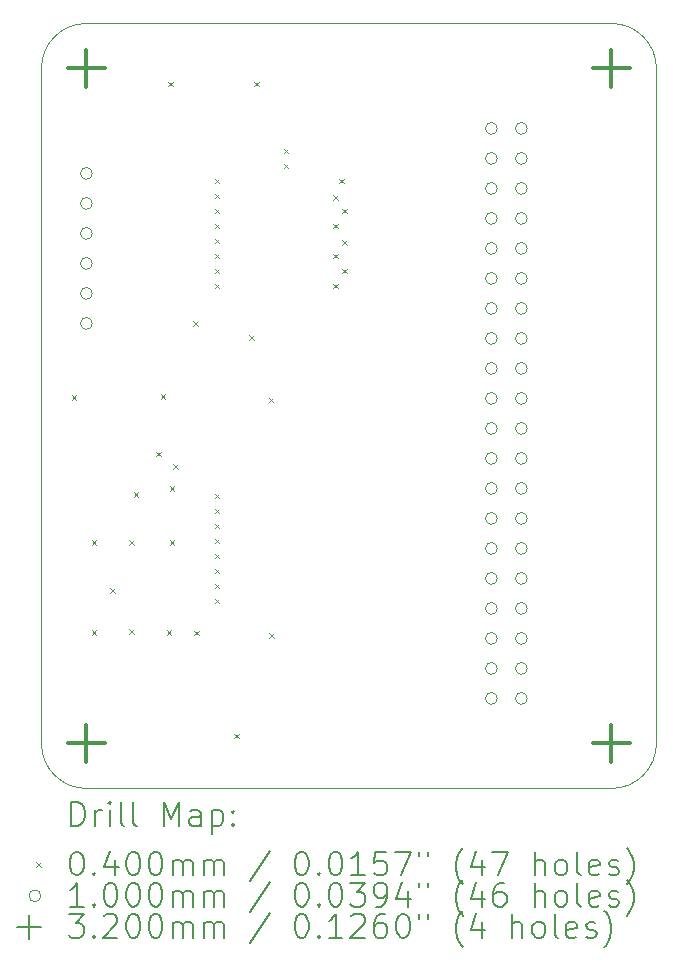
<source format=gbr>
%FSLAX45Y45*%
G04 Gerber Fmt 4.5, Leading zero omitted, Abs format (unit mm)*
G04 Created by KiCad (PCBNEW 6.0.6-3a73a75311~116~ubuntu22.04.1) date 2022-06-23 20:47:55*
%MOMM*%
%LPD*%
G01*
G04 APERTURE LIST*
%TA.AperFunction,Profile*%
%ADD10C,0.100000*%
%TD*%
%ADD11C,0.200000*%
%ADD12C,0.040000*%
%ADD13C,0.100000*%
%ADD14C,0.320000*%
G04 APERTURE END LIST*
D10*
X12573000Y-6985000D02*
G75*
G03*
X12192000Y-7366000I0J-381000D01*
G01*
X12573000Y-6985000D02*
X17018000Y-6985000D01*
X12192000Y-13081000D02*
G75*
G03*
X12573000Y-13462000I381000J0D01*
G01*
X17399000Y-13081000D02*
X17399000Y-7366000D01*
X12573000Y-13462000D02*
X17018000Y-13462000D01*
X12192000Y-13081000D02*
X12192000Y-7366000D01*
X17399000Y-7366000D02*
G75*
G03*
X17018000Y-6985000I-381000J0D01*
G01*
X17018000Y-13462000D02*
G75*
G03*
X17399000Y-13081000I0J381000D01*
G01*
D11*
D12*
X12448860Y-10134920D02*
X12488860Y-10174920D01*
X12488860Y-10134920D02*
X12448860Y-10174920D01*
X12616500Y-11359200D02*
X12656500Y-11399200D01*
X12656500Y-11359200D02*
X12616500Y-11399200D01*
X12616500Y-12121200D02*
X12656500Y-12161200D01*
X12656500Y-12121200D02*
X12616500Y-12161200D01*
X12776520Y-11763060D02*
X12816520Y-11803060D01*
X12816520Y-11763060D02*
X12776520Y-11803060D01*
X12934000Y-11359200D02*
X12974000Y-11399200D01*
X12974000Y-11359200D02*
X12934000Y-11399200D01*
X12934000Y-12116120D02*
X12974000Y-12156120D01*
X12974000Y-12116120D02*
X12934000Y-12156120D01*
X12972100Y-10952800D02*
X13012100Y-10992800D01*
X13012100Y-10952800D02*
X12972100Y-10992800D01*
X13162600Y-10609900D02*
X13202600Y-10649900D01*
X13202600Y-10609900D02*
X13162600Y-10649900D01*
X13201990Y-10122220D02*
X13241990Y-10162220D01*
X13241990Y-10122220D02*
X13201990Y-10162220D01*
X13251500Y-12121200D02*
X13291500Y-12161200D01*
X13291500Y-12121200D02*
X13251500Y-12161200D01*
X13264200Y-7478080D02*
X13304200Y-7518080D01*
X13304200Y-7478080D02*
X13264200Y-7518080D01*
X13276900Y-10902000D02*
X13316900Y-10942000D01*
X13316900Y-10902000D02*
X13276900Y-10942000D01*
X13276900Y-11359200D02*
X13316900Y-11399200D01*
X13316900Y-11359200D02*
X13276900Y-11399200D01*
X13309920Y-10714040D02*
X13349920Y-10754040D01*
X13349920Y-10714040D02*
X13309920Y-10754040D01*
X13475020Y-9505000D02*
X13515020Y-9545000D01*
X13515020Y-9505000D02*
X13475020Y-9545000D01*
X13485180Y-12126280D02*
X13525180Y-12166280D01*
X13525180Y-12126280D02*
X13485180Y-12166280D01*
X13657900Y-8298500D02*
X13697900Y-8338500D01*
X13697900Y-8298500D02*
X13657900Y-8338500D01*
X13657900Y-8425500D02*
X13697900Y-8465500D01*
X13697900Y-8425500D02*
X13657900Y-8465500D01*
X13657900Y-8552500D02*
X13697900Y-8592500D01*
X13697900Y-8552500D02*
X13657900Y-8592500D01*
X13657900Y-8679500D02*
X13697900Y-8719500D01*
X13697900Y-8679500D02*
X13657900Y-8719500D01*
X13657900Y-8806500D02*
X13697900Y-8846500D01*
X13697900Y-8806500D02*
X13657900Y-8846500D01*
X13657900Y-8933500D02*
X13697900Y-8973500D01*
X13697900Y-8933500D02*
X13657900Y-8973500D01*
X13657900Y-9060500D02*
X13697900Y-9100500D01*
X13697900Y-9060500D02*
X13657900Y-9100500D01*
X13657900Y-9187500D02*
X13697900Y-9227500D01*
X13697900Y-9187500D02*
X13657900Y-9227500D01*
X13657900Y-10965500D02*
X13697900Y-11005500D01*
X13697900Y-10965500D02*
X13657900Y-11005500D01*
X13657900Y-11092500D02*
X13697900Y-11132500D01*
X13697900Y-11092500D02*
X13657900Y-11132500D01*
X13657900Y-11219500D02*
X13697900Y-11259500D01*
X13697900Y-11219500D02*
X13657900Y-11259500D01*
X13657900Y-11346500D02*
X13697900Y-11386500D01*
X13697900Y-11346500D02*
X13657900Y-11386500D01*
X13657900Y-11473500D02*
X13697900Y-11513500D01*
X13697900Y-11473500D02*
X13657900Y-11513500D01*
X13657900Y-11600500D02*
X13697900Y-11640500D01*
X13697900Y-11600500D02*
X13657900Y-11640500D01*
X13657900Y-11727500D02*
X13697900Y-11767500D01*
X13697900Y-11727500D02*
X13657900Y-11767500D01*
X13657900Y-11854500D02*
X13697900Y-11894500D01*
X13697900Y-11854500D02*
X13657900Y-11894500D01*
X13823000Y-12997500D02*
X13863000Y-13037500D01*
X13863000Y-12997500D02*
X13823000Y-13037500D01*
X13950000Y-9621840D02*
X13990000Y-9661840D01*
X13990000Y-9621840D02*
X13950000Y-9661840D01*
X13993180Y-7478080D02*
X14033180Y-7518080D01*
X14033180Y-7478080D02*
X13993180Y-7518080D01*
X14115100Y-10152700D02*
X14155100Y-10192700D01*
X14155100Y-10152700D02*
X14115100Y-10192700D01*
X14122720Y-12146600D02*
X14162720Y-12186600D01*
X14162720Y-12146600D02*
X14122720Y-12186600D01*
X14242100Y-8044500D02*
X14282100Y-8084500D01*
X14282100Y-8044500D02*
X14242100Y-8084500D01*
X14242100Y-8171500D02*
X14282100Y-8211500D01*
X14282100Y-8171500D02*
X14242100Y-8211500D01*
X14661200Y-8438200D02*
X14701200Y-8478200D01*
X14701200Y-8438200D02*
X14661200Y-8478200D01*
X14661200Y-8679500D02*
X14701200Y-8719500D01*
X14701200Y-8679500D02*
X14661200Y-8719500D01*
X14661200Y-8933500D02*
X14701200Y-8973500D01*
X14701200Y-8933500D02*
X14661200Y-8973500D01*
X14661200Y-9187500D02*
X14701200Y-9227500D01*
X14701200Y-9187500D02*
X14661200Y-9227500D01*
X14712000Y-8298500D02*
X14752000Y-8338500D01*
X14752000Y-8298500D02*
X14712000Y-8338500D01*
X14737400Y-8552500D02*
X14777400Y-8592500D01*
X14777400Y-8552500D02*
X14737400Y-8592500D01*
X14737400Y-8819200D02*
X14777400Y-8859200D01*
X14777400Y-8819200D02*
X14737400Y-8859200D01*
X14737400Y-9060500D02*
X14777400Y-9100500D01*
X14777400Y-9060500D02*
X14737400Y-9100500D01*
D13*
X12623000Y-8255000D02*
G75*
G03*
X12623000Y-8255000I-50000J0D01*
G01*
X12623000Y-8509000D02*
G75*
G03*
X12623000Y-8509000I-50000J0D01*
G01*
X12623000Y-8763000D02*
G75*
G03*
X12623000Y-8763000I-50000J0D01*
G01*
X12623000Y-9017000D02*
G75*
G03*
X12623000Y-9017000I-50000J0D01*
G01*
X12623000Y-9271000D02*
G75*
G03*
X12623000Y-9271000I-50000J0D01*
G01*
X12623000Y-9525000D02*
G75*
G03*
X12623000Y-9525000I-50000J0D01*
G01*
X16052000Y-7874000D02*
G75*
G03*
X16052000Y-7874000I-50000J0D01*
G01*
X16052000Y-8128000D02*
G75*
G03*
X16052000Y-8128000I-50000J0D01*
G01*
X16052000Y-8382000D02*
G75*
G03*
X16052000Y-8382000I-50000J0D01*
G01*
X16052000Y-8636000D02*
G75*
G03*
X16052000Y-8636000I-50000J0D01*
G01*
X16052000Y-8890000D02*
G75*
G03*
X16052000Y-8890000I-50000J0D01*
G01*
X16052000Y-9144000D02*
G75*
G03*
X16052000Y-9144000I-50000J0D01*
G01*
X16052000Y-9398000D02*
G75*
G03*
X16052000Y-9398000I-50000J0D01*
G01*
X16052000Y-9652000D02*
G75*
G03*
X16052000Y-9652000I-50000J0D01*
G01*
X16052000Y-9906000D02*
G75*
G03*
X16052000Y-9906000I-50000J0D01*
G01*
X16052000Y-10160000D02*
G75*
G03*
X16052000Y-10160000I-50000J0D01*
G01*
X16052000Y-10414000D02*
G75*
G03*
X16052000Y-10414000I-50000J0D01*
G01*
X16052000Y-10668000D02*
G75*
G03*
X16052000Y-10668000I-50000J0D01*
G01*
X16052000Y-10922000D02*
G75*
G03*
X16052000Y-10922000I-50000J0D01*
G01*
X16052000Y-11176000D02*
G75*
G03*
X16052000Y-11176000I-50000J0D01*
G01*
X16052000Y-11430000D02*
G75*
G03*
X16052000Y-11430000I-50000J0D01*
G01*
X16052000Y-11684000D02*
G75*
G03*
X16052000Y-11684000I-50000J0D01*
G01*
X16052000Y-11938000D02*
G75*
G03*
X16052000Y-11938000I-50000J0D01*
G01*
X16052000Y-12192000D02*
G75*
G03*
X16052000Y-12192000I-50000J0D01*
G01*
X16052000Y-12446000D02*
G75*
G03*
X16052000Y-12446000I-50000J0D01*
G01*
X16052000Y-12700000D02*
G75*
G03*
X16052000Y-12700000I-50000J0D01*
G01*
X16306000Y-7874000D02*
G75*
G03*
X16306000Y-7874000I-50000J0D01*
G01*
X16306000Y-8128000D02*
G75*
G03*
X16306000Y-8128000I-50000J0D01*
G01*
X16306000Y-8382000D02*
G75*
G03*
X16306000Y-8382000I-50000J0D01*
G01*
X16306000Y-8636000D02*
G75*
G03*
X16306000Y-8636000I-50000J0D01*
G01*
X16306000Y-8890000D02*
G75*
G03*
X16306000Y-8890000I-50000J0D01*
G01*
X16306000Y-9144000D02*
G75*
G03*
X16306000Y-9144000I-50000J0D01*
G01*
X16306000Y-9398000D02*
G75*
G03*
X16306000Y-9398000I-50000J0D01*
G01*
X16306000Y-9652000D02*
G75*
G03*
X16306000Y-9652000I-50000J0D01*
G01*
X16306000Y-9906000D02*
G75*
G03*
X16306000Y-9906000I-50000J0D01*
G01*
X16306000Y-10160000D02*
G75*
G03*
X16306000Y-10160000I-50000J0D01*
G01*
X16306000Y-10414000D02*
G75*
G03*
X16306000Y-10414000I-50000J0D01*
G01*
X16306000Y-10668000D02*
G75*
G03*
X16306000Y-10668000I-50000J0D01*
G01*
X16306000Y-10922000D02*
G75*
G03*
X16306000Y-10922000I-50000J0D01*
G01*
X16306000Y-11176000D02*
G75*
G03*
X16306000Y-11176000I-50000J0D01*
G01*
X16306000Y-11430000D02*
G75*
G03*
X16306000Y-11430000I-50000J0D01*
G01*
X16306000Y-11684000D02*
G75*
G03*
X16306000Y-11684000I-50000J0D01*
G01*
X16306000Y-11938000D02*
G75*
G03*
X16306000Y-11938000I-50000J0D01*
G01*
X16306000Y-12192000D02*
G75*
G03*
X16306000Y-12192000I-50000J0D01*
G01*
X16306000Y-12446000D02*
G75*
G03*
X16306000Y-12446000I-50000J0D01*
G01*
X16306000Y-12700000D02*
G75*
G03*
X16306000Y-12700000I-50000J0D01*
G01*
D14*
X12573000Y-7206000D02*
X12573000Y-7526000D01*
X12413000Y-7366000D02*
X12733000Y-7366000D01*
X12573000Y-12921000D02*
X12573000Y-13241000D01*
X12413000Y-13081000D02*
X12733000Y-13081000D01*
X17018000Y-7206000D02*
X17018000Y-7526000D01*
X16858000Y-7366000D02*
X17178000Y-7366000D01*
X17018000Y-12921000D02*
X17018000Y-13241000D01*
X16858000Y-13081000D02*
X17178000Y-13081000D01*
D11*
X12444619Y-13777476D02*
X12444619Y-13577476D01*
X12492238Y-13577476D01*
X12520809Y-13587000D01*
X12539857Y-13606048D01*
X12549381Y-13625095D01*
X12558904Y-13663190D01*
X12558904Y-13691762D01*
X12549381Y-13729857D01*
X12539857Y-13748905D01*
X12520809Y-13767952D01*
X12492238Y-13777476D01*
X12444619Y-13777476D01*
X12644619Y-13777476D02*
X12644619Y-13644143D01*
X12644619Y-13682238D02*
X12654143Y-13663190D01*
X12663666Y-13653667D01*
X12682714Y-13644143D01*
X12701762Y-13644143D01*
X12768428Y-13777476D02*
X12768428Y-13644143D01*
X12768428Y-13577476D02*
X12758904Y-13587000D01*
X12768428Y-13596524D01*
X12777952Y-13587000D01*
X12768428Y-13577476D01*
X12768428Y-13596524D01*
X12892238Y-13777476D02*
X12873190Y-13767952D01*
X12863666Y-13748905D01*
X12863666Y-13577476D01*
X12997000Y-13777476D02*
X12977952Y-13767952D01*
X12968428Y-13748905D01*
X12968428Y-13577476D01*
X13225571Y-13777476D02*
X13225571Y-13577476D01*
X13292238Y-13720333D01*
X13358904Y-13577476D01*
X13358904Y-13777476D01*
X13539857Y-13777476D02*
X13539857Y-13672714D01*
X13530333Y-13653667D01*
X13511285Y-13644143D01*
X13473190Y-13644143D01*
X13454143Y-13653667D01*
X13539857Y-13767952D02*
X13520809Y-13777476D01*
X13473190Y-13777476D01*
X13454143Y-13767952D01*
X13444619Y-13748905D01*
X13444619Y-13729857D01*
X13454143Y-13710810D01*
X13473190Y-13701286D01*
X13520809Y-13701286D01*
X13539857Y-13691762D01*
X13635095Y-13644143D02*
X13635095Y-13844143D01*
X13635095Y-13653667D02*
X13654143Y-13644143D01*
X13692238Y-13644143D01*
X13711285Y-13653667D01*
X13720809Y-13663190D01*
X13730333Y-13682238D01*
X13730333Y-13739381D01*
X13720809Y-13758429D01*
X13711285Y-13767952D01*
X13692238Y-13777476D01*
X13654143Y-13777476D01*
X13635095Y-13767952D01*
X13816047Y-13758429D02*
X13825571Y-13767952D01*
X13816047Y-13777476D01*
X13806524Y-13767952D01*
X13816047Y-13758429D01*
X13816047Y-13777476D01*
X13816047Y-13653667D02*
X13825571Y-13663190D01*
X13816047Y-13672714D01*
X13806524Y-13663190D01*
X13816047Y-13653667D01*
X13816047Y-13672714D01*
D12*
X12147000Y-14087000D02*
X12187000Y-14127000D01*
X12187000Y-14087000D02*
X12147000Y-14127000D01*
D11*
X12482714Y-13997476D02*
X12501762Y-13997476D01*
X12520809Y-14007000D01*
X12530333Y-14016524D01*
X12539857Y-14035571D01*
X12549381Y-14073667D01*
X12549381Y-14121286D01*
X12539857Y-14159381D01*
X12530333Y-14178429D01*
X12520809Y-14187952D01*
X12501762Y-14197476D01*
X12482714Y-14197476D01*
X12463666Y-14187952D01*
X12454143Y-14178429D01*
X12444619Y-14159381D01*
X12435095Y-14121286D01*
X12435095Y-14073667D01*
X12444619Y-14035571D01*
X12454143Y-14016524D01*
X12463666Y-14007000D01*
X12482714Y-13997476D01*
X12635095Y-14178429D02*
X12644619Y-14187952D01*
X12635095Y-14197476D01*
X12625571Y-14187952D01*
X12635095Y-14178429D01*
X12635095Y-14197476D01*
X12816047Y-14064143D02*
X12816047Y-14197476D01*
X12768428Y-13987952D02*
X12720809Y-14130810D01*
X12844619Y-14130810D01*
X12958904Y-13997476D02*
X12977952Y-13997476D01*
X12997000Y-14007000D01*
X13006524Y-14016524D01*
X13016047Y-14035571D01*
X13025571Y-14073667D01*
X13025571Y-14121286D01*
X13016047Y-14159381D01*
X13006524Y-14178429D01*
X12997000Y-14187952D01*
X12977952Y-14197476D01*
X12958904Y-14197476D01*
X12939857Y-14187952D01*
X12930333Y-14178429D01*
X12920809Y-14159381D01*
X12911285Y-14121286D01*
X12911285Y-14073667D01*
X12920809Y-14035571D01*
X12930333Y-14016524D01*
X12939857Y-14007000D01*
X12958904Y-13997476D01*
X13149381Y-13997476D02*
X13168428Y-13997476D01*
X13187476Y-14007000D01*
X13197000Y-14016524D01*
X13206524Y-14035571D01*
X13216047Y-14073667D01*
X13216047Y-14121286D01*
X13206524Y-14159381D01*
X13197000Y-14178429D01*
X13187476Y-14187952D01*
X13168428Y-14197476D01*
X13149381Y-14197476D01*
X13130333Y-14187952D01*
X13120809Y-14178429D01*
X13111285Y-14159381D01*
X13101762Y-14121286D01*
X13101762Y-14073667D01*
X13111285Y-14035571D01*
X13120809Y-14016524D01*
X13130333Y-14007000D01*
X13149381Y-13997476D01*
X13301762Y-14197476D02*
X13301762Y-14064143D01*
X13301762Y-14083190D02*
X13311285Y-14073667D01*
X13330333Y-14064143D01*
X13358904Y-14064143D01*
X13377952Y-14073667D01*
X13387476Y-14092714D01*
X13387476Y-14197476D01*
X13387476Y-14092714D02*
X13397000Y-14073667D01*
X13416047Y-14064143D01*
X13444619Y-14064143D01*
X13463666Y-14073667D01*
X13473190Y-14092714D01*
X13473190Y-14197476D01*
X13568428Y-14197476D02*
X13568428Y-14064143D01*
X13568428Y-14083190D02*
X13577952Y-14073667D01*
X13597000Y-14064143D01*
X13625571Y-14064143D01*
X13644619Y-14073667D01*
X13654143Y-14092714D01*
X13654143Y-14197476D01*
X13654143Y-14092714D02*
X13663666Y-14073667D01*
X13682714Y-14064143D01*
X13711285Y-14064143D01*
X13730333Y-14073667D01*
X13739857Y-14092714D01*
X13739857Y-14197476D01*
X14130333Y-13987952D02*
X13958904Y-14245095D01*
X14387476Y-13997476D02*
X14406524Y-13997476D01*
X14425571Y-14007000D01*
X14435095Y-14016524D01*
X14444619Y-14035571D01*
X14454143Y-14073667D01*
X14454143Y-14121286D01*
X14444619Y-14159381D01*
X14435095Y-14178429D01*
X14425571Y-14187952D01*
X14406524Y-14197476D01*
X14387476Y-14197476D01*
X14368428Y-14187952D01*
X14358904Y-14178429D01*
X14349381Y-14159381D01*
X14339857Y-14121286D01*
X14339857Y-14073667D01*
X14349381Y-14035571D01*
X14358904Y-14016524D01*
X14368428Y-14007000D01*
X14387476Y-13997476D01*
X14539857Y-14178429D02*
X14549381Y-14187952D01*
X14539857Y-14197476D01*
X14530333Y-14187952D01*
X14539857Y-14178429D01*
X14539857Y-14197476D01*
X14673190Y-13997476D02*
X14692238Y-13997476D01*
X14711285Y-14007000D01*
X14720809Y-14016524D01*
X14730333Y-14035571D01*
X14739857Y-14073667D01*
X14739857Y-14121286D01*
X14730333Y-14159381D01*
X14720809Y-14178429D01*
X14711285Y-14187952D01*
X14692238Y-14197476D01*
X14673190Y-14197476D01*
X14654143Y-14187952D01*
X14644619Y-14178429D01*
X14635095Y-14159381D01*
X14625571Y-14121286D01*
X14625571Y-14073667D01*
X14635095Y-14035571D01*
X14644619Y-14016524D01*
X14654143Y-14007000D01*
X14673190Y-13997476D01*
X14930333Y-14197476D02*
X14816047Y-14197476D01*
X14873190Y-14197476D02*
X14873190Y-13997476D01*
X14854143Y-14026048D01*
X14835095Y-14045095D01*
X14816047Y-14054619D01*
X15111285Y-13997476D02*
X15016047Y-13997476D01*
X15006524Y-14092714D01*
X15016047Y-14083190D01*
X15035095Y-14073667D01*
X15082714Y-14073667D01*
X15101762Y-14083190D01*
X15111285Y-14092714D01*
X15120809Y-14111762D01*
X15120809Y-14159381D01*
X15111285Y-14178429D01*
X15101762Y-14187952D01*
X15082714Y-14197476D01*
X15035095Y-14197476D01*
X15016047Y-14187952D01*
X15006524Y-14178429D01*
X15187476Y-13997476D02*
X15320809Y-13997476D01*
X15235095Y-14197476D01*
X15387476Y-13997476D02*
X15387476Y-14035571D01*
X15463666Y-13997476D02*
X15463666Y-14035571D01*
X15758904Y-14273667D02*
X15749381Y-14264143D01*
X15730333Y-14235571D01*
X15720809Y-14216524D01*
X15711285Y-14187952D01*
X15701762Y-14140333D01*
X15701762Y-14102238D01*
X15711285Y-14054619D01*
X15720809Y-14026048D01*
X15730333Y-14007000D01*
X15749381Y-13978429D01*
X15758904Y-13968905D01*
X15920809Y-14064143D02*
X15920809Y-14197476D01*
X15873190Y-13987952D02*
X15825571Y-14130810D01*
X15949381Y-14130810D01*
X16006524Y-13997476D02*
X16139857Y-13997476D01*
X16054143Y-14197476D01*
X16368428Y-14197476D02*
X16368428Y-13997476D01*
X16454143Y-14197476D02*
X16454143Y-14092714D01*
X16444619Y-14073667D01*
X16425571Y-14064143D01*
X16397000Y-14064143D01*
X16377952Y-14073667D01*
X16368428Y-14083190D01*
X16577952Y-14197476D02*
X16558904Y-14187952D01*
X16549381Y-14178429D01*
X16539857Y-14159381D01*
X16539857Y-14102238D01*
X16549381Y-14083190D01*
X16558904Y-14073667D01*
X16577952Y-14064143D01*
X16606524Y-14064143D01*
X16625571Y-14073667D01*
X16635095Y-14083190D01*
X16644619Y-14102238D01*
X16644619Y-14159381D01*
X16635095Y-14178429D01*
X16625571Y-14187952D01*
X16606524Y-14197476D01*
X16577952Y-14197476D01*
X16758904Y-14197476D02*
X16739857Y-14187952D01*
X16730333Y-14168905D01*
X16730333Y-13997476D01*
X16911286Y-14187952D02*
X16892238Y-14197476D01*
X16854143Y-14197476D01*
X16835095Y-14187952D01*
X16825571Y-14168905D01*
X16825571Y-14092714D01*
X16835095Y-14073667D01*
X16854143Y-14064143D01*
X16892238Y-14064143D01*
X16911286Y-14073667D01*
X16920809Y-14092714D01*
X16920809Y-14111762D01*
X16825571Y-14130810D01*
X16997000Y-14187952D02*
X17016047Y-14197476D01*
X17054143Y-14197476D01*
X17073190Y-14187952D01*
X17082714Y-14168905D01*
X17082714Y-14159381D01*
X17073190Y-14140333D01*
X17054143Y-14130810D01*
X17025571Y-14130810D01*
X17006524Y-14121286D01*
X16997000Y-14102238D01*
X16997000Y-14092714D01*
X17006524Y-14073667D01*
X17025571Y-14064143D01*
X17054143Y-14064143D01*
X17073190Y-14073667D01*
X17149381Y-14273667D02*
X17158905Y-14264143D01*
X17177952Y-14235571D01*
X17187476Y-14216524D01*
X17197000Y-14187952D01*
X17206524Y-14140333D01*
X17206524Y-14102238D01*
X17197000Y-14054619D01*
X17187476Y-14026048D01*
X17177952Y-14007000D01*
X17158905Y-13978429D01*
X17149381Y-13968905D01*
D13*
X12187000Y-14371000D02*
G75*
G03*
X12187000Y-14371000I-50000J0D01*
G01*
D11*
X12549381Y-14461476D02*
X12435095Y-14461476D01*
X12492238Y-14461476D02*
X12492238Y-14261476D01*
X12473190Y-14290048D01*
X12454143Y-14309095D01*
X12435095Y-14318619D01*
X12635095Y-14442429D02*
X12644619Y-14451952D01*
X12635095Y-14461476D01*
X12625571Y-14451952D01*
X12635095Y-14442429D01*
X12635095Y-14461476D01*
X12768428Y-14261476D02*
X12787476Y-14261476D01*
X12806524Y-14271000D01*
X12816047Y-14280524D01*
X12825571Y-14299571D01*
X12835095Y-14337667D01*
X12835095Y-14385286D01*
X12825571Y-14423381D01*
X12816047Y-14442429D01*
X12806524Y-14451952D01*
X12787476Y-14461476D01*
X12768428Y-14461476D01*
X12749381Y-14451952D01*
X12739857Y-14442429D01*
X12730333Y-14423381D01*
X12720809Y-14385286D01*
X12720809Y-14337667D01*
X12730333Y-14299571D01*
X12739857Y-14280524D01*
X12749381Y-14271000D01*
X12768428Y-14261476D01*
X12958904Y-14261476D02*
X12977952Y-14261476D01*
X12997000Y-14271000D01*
X13006524Y-14280524D01*
X13016047Y-14299571D01*
X13025571Y-14337667D01*
X13025571Y-14385286D01*
X13016047Y-14423381D01*
X13006524Y-14442429D01*
X12997000Y-14451952D01*
X12977952Y-14461476D01*
X12958904Y-14461476D01*
X12939857Y-14451952D01*
X12930333Y-14442429D01*
X12920809Y-14423381D01*
X12911285Y-14385286D01*
X12911285Y-14337667D01*
X12920809Y-14299571D01*
X12930333Y-14280524D01*
X12939857Y-14271000D01*
X12958904Y-14261476D01*
X13149381Y-14261476D02*
X13168428Y-14261476D01*
X13187476Y-14271000D01*
X13197000Y-14280524D01*
X13206524Y-14299571D01*
X13216047Y-14337667D01*
X13216047Y-14385286D01*
X13206524Y-14423381D01*
X13197000Y-14442429D01*
X13187476Y-14451952D01*
X13168428Y-14461476D01*
X13149381Y-14461476D01*
X13130333Y-14451952D01*
X13120809Y-14442429D01*
X13111285Y-14423381D01*
X13101762Y-14385286D01*
X13101762Y-14337667D01*
X13111285Y-14299571D01*
X13120809Y-14280524D01*
X13130333Y-14271000D01*
X13149381Y-14261476D01*
X13301762Y-14461476D02*
X13301762Y-14328143D01*
X13301762Y-14347190D02*
X13311285Y-14337667D01*
X13330333Y-14328143D01*
X13358904Y-14328143D01*
X13377952Y-14337667D01*
X13387476Y-14356714D01*
X13387476Y-14461476D01*
X13387476Y-14356714D02*
X13397000Y-14337667D01*
X13416047Y-14328143D01*
X13444619Y-14328143D01*
X13463666Y-14337667D01*
X13473190Y-14356714D01*
X13473190Y-14461476D01*
X13568428Y-14461476D02*
X13568428Y-14328143D01*
X13568428Y-14347190D02*
X13577952Y-14337667D01*
X13597000Y-14328143D01*
X13625571Y-14328143D01*
X13644619Y-14337667D01*
X13654143Y-14356714D01*
X13654143Y-14461476D01*
X13654143Y-14356714D02*
X13663666Y-14337667D01*
X13682714Y-14328143D01*
X13711285Y-14328143D01*
X13730333Y-14337667D01*
X13739857Y-14356714D01*
X13739857Y-14461476D01*
X14130333Y-14251952D02*
X13958904Y-14509095D01*
X14387476Y-14261476D02*
X14406524Y-14261476D01*
X14425571Y-14271000D01*
X14435095Y-14280524D01*
X14444619Y-14299571D01*
X14454143Y-14337667D01*
X14454143Y-14385286D01*
X14444619Y-14423381D01*
X14435095Y-14442429D01*
X14425571Y-14451952D01*
X14406524Y-14461476D01*
X14387476Y-14461476D01*
X14368428Y-14451952D01*
X14358904Y-14442429D01*
X14349381Y-14423381D01*
X14339857Y-14385286D01*
X14339857Y-14337667D01*
X14349381Y-14299571D01*
X14358904Y-14280524D01*
X14368428Y-14271000D01*
X14387476Y-14261476D01*
X14539857Y-14442429D02*
X14549381Y-14451952D01*
X14539857Y-14461476D01*
X14530333Y-14451952D01*
X14539857Y-14442429D01*
X14539857Y-14461476D01*
X14673190Y-14261476D02*
X14692238Y-14261476D01*
X14711285Y-14271000D01*
X14720809Y-14280524D01*
X14730333Y-14299571D01*
X14739857Y-14337667D01*
X14739857Y-14385286D01*
X14730333Y-14423381D01*
X14720809Y-14442429D01*
X14711285Y-14451952D01*
X14692238Y-14461476D01*
X14673190Y-14461476D01*
X14654143Y-14451952D01*
X14644619Y-14442429D01*
X14635095Y-14423381D01*
X14625571Y-14385286D01*
X14625571Y-14337667D01*
X14635095Y-14299571D01*
X14644619Y-14280524D01*
X14654143Y-14271000D01*
X14673190Y-14261476D01*
X14806524Y-14261476D02*
X14930333Y-14261476D01*
X14863666Y-14337667D01*
X14892238Y-14337667D01*
X14911285Y-14347190D01*
X14920809Y-14356714D01*
X14930333Y-14375762D01*
X14930333Y-14423381D01*
X14920809Y-14442429D01*
X14911285Y-14451952D01*
X14892238Y-14461476D01*
X14835095Y-14461476D01*
X14816047Y-14451952D01*
X14806524Y-14442429D01*
X15025571Y-14461476D02*
X15063666Y-14461476D01*
X15082714Y-14451952D01*
X15092238Y-14442429D01*
X15111285Y-14413857D01*
X15120809Y-14375762D01*
X15120809Y-14299571D01*
X15111285Y-14280524D01*
X15101762Y-14271000D01*
X15082714Y-14261476D01*
X15044619Y-14261476D01*
X15025571Y-14271000D01*
X15016047Y-14280524D01*
X15006524Y-14299571D01*
X15006524Y-14347190D01*
X15016047Y-14366238D01*
X15025571Y-14375762D01*
X15044619Y-14385286D01*
X15082714Y-14385286D01*
X15101762Y-14375762D01*
X15111285Y-14366238D01*
X15120809Y-14347190D01*
X15292238Y-14328143D02*
X15292238Y-14461476D01*
X15244619Y-14251952D02*
X15197000Y-14394810D01*
X15320809Y-14394810D01*
X15387476Y-14261476D02*
X15387476Y-14299571D01*
X15463666Y-14261476D02*
X15463666Y-14299571D01*
X15758904Y-14537667D02*
X15749381Y-14528143D01*
X15730333Y-14499571D01*
X15720809Y-14480524D01*
X15711285Y-14451952D01*
X15701762Y-14404333D01*
X15701762Y-14366238D01*
X15711285Y-14318619D01*
X15720809Y-14290048D01*
X15730333Y-14271000D01*
X15749381Y-14242429D01*
X15758904Y-14232905D01*
X15920809Y-14328143D02*
X15920809Y-14461476D01*
X15873190Y-14251952D02*
X15825571Y-14394810D01*
X15949381Y-14394810D01*
X16111285Y-14261476D02*
X16073190Y-14261476D01*
X16054143Y-14271000D01*
X16044619Y-14280524D01*
X16025571Y-14309095D01*
X16016047Y-14347190D01*
X16016047Y-14423381D01*
X16025571Y-14442429D01*
X16035095Y-14451952D01*
X16054143Y-14461476D01*
X16092238Y-14461476D01*
X16111285Y-14451952D01*
X16120809Y-14442429D01*
X16130333Y-14423381D01*
X16130333Y-14375762D01*
X16120809Y-14356714D01*
X16111285Y-14347190D01*
X16092238Y-14337667D01*
X16054143Y-14337667D01*
X16035095Y-14347190D01*
X16025571Y-14356714D01*
X16016047Y-14375762D01*
X16368428Y-14461476D02*
X16368428Y-14261476D01*
X16454143Y-14461476D02*
X16454143Y-14356714D01*
X16444619Y-14337667D01*
X16425571Y-14328143D01*
X16397000Y-14328143D01*
X16377952Y-14337667D01*
X16368428Y-14347190D01*
X16577952Y-14461476D02*
X16558904Y-14451952D01*
X16549381Y-14442429D01*
X16539857Y-14423381D01*
X16539857Y-14366238D01*
X16549381Y-14347190D01*
X16558904Y-14337667D01*
X16577952Y-14328143D01*
X16606524Y-14328143D01*
X16625571Y-14337667D01*
X16635095Y-14347190D01*
X16644619Y-14366238D01*
X16644619Y-14423381D01*
X16635095Y-14442429D01*
X16625571Y-14451952D01*
X16606524Y-14461476D01*
X16577952Y-14461476D01*
X16758904Y-14461476D02*
X16739857Y-14451952D01*
X16730333Y-14432905D01*
X16730333Y-14261476D01*
X16911286Y-14451952D02*
X16892238Y-14461476D01*
X16854143Y-14461476D01*
X16835095Y-14451952D01*
X16825571Y-14432905D01*
X16825571Y-14356714D01*
X16835095Y-14337667D01*
X16854143Y-14328143D01*
X16892238Y-14328143D01*
X16911286Y-14337667D01*
X16920809Y-14356714D01*
X16920809Y-14375762D01*
X16825571Y-14394810D01*
X16997000Y-14451952D02*
X17016047Y-14461476D01*
X17054143Y-14461476D01*
X17073190Y-14451952D01*
X17082714Y-14432905D01*
X17082714Y-14423381D01*
X17073190Y-14404333D01*
X17054143Y-14394810D01*
X17025571Y-14394810D01*
X17006524Y-14385286D01*
X16997000Y-14366238D01*
X16997000Y-14356714D01*
X17006524Y-14337667D01*
X17025571Y-14328143D01*
X17054143Y-14328143D01*
X17073190Y-14337667D01*
X17149381Y-14537667D02*
X17158905Y-14528143D01*
X17177952Y-14499571D01*
X17187476Y-14480524D01*
X17197000Y-14451952D01*
X17206524Y-14404333D01*
X17206524Y-14366238D01*
X17197000Y-14318619D01*
X17187476Y-14290048D01*
X17177952Y-14271000D01*
X17158905Y-14242429D01*
X17149381Y-14232905D01*
X12087000Y-14535000D02*
X12087000Y-14735000D01*
X11987000Y-14635000D02*
X12187000Y-14635000D01*
X12425571Y-14525476D02*
X12549381Y-14525476D01*
X12482714Y-14601667D01*
X12511285Y-14601667D01*
X12530333Y-14611190D01*
X12539857Y-14620714D01*
X12549381Y-14639762D01*
X12549381Y-14687381D01*
X12539857Y-14706429D01*
X12530333Y-14715952D01*
X12511285Y-14725476D01*
X12454143Y-14725476D01*
X12435095Y-14715952D01*
X12425571Y-14706429D01*
X12635095Y-14706429D02*
X12644619Y-14715952D01*
X12635095Y-14725476D01*
X12625571Y-14715952D01*
X12635095Y-14706429D01*
X12635095Y-14725476D01*
X12720809Y-14544524D02*
X12730333Y-14535000D01*
X12749381Y-14525476D01*
X12797000Y-14525476D01*
X12816047Y-14535000D01*
X12825571Y-14544524D01*
X12835095Y-14563571D01*
X12835095Y-14582619D01*
X12825571Y-14611190D01*
X12711285Y-14725476D01*
X12835095Y-14725476D01*
X12958904Y-14525476D02*
X12977952Y-14525476D01*
X12997000Y-14535000D01*
X13006524Y-14544524D01*
X13016047Y-14563571D01*
X13025571Y-14601667D01*
X13025571Y-14649286D01*
X13016047Y-14687381D01*
X13006524Y-14706429D01*
X12997000Y-14715952D01*
X12977952Y-14725476D01*
X12958904Y-14725476D01*
X12939857Y-14715952D01*
X12930333Y-14706429D01*
X12920809Y-14687381D01*
X12911285Y-14649286D01*
X12911285Y-14601667D01*
X12920809Y-14563571D01*
X12930333Y-14544524D01*
X12939857Y-14535000D01*
X12958904Y-14525476D01*
X13149381Y-14525476D02*
X13168428Y-14525476D01*
X13187476Y-14535000D01*
X13197000Y-14544524D01*
X13206524Y-14563571D01*
X13216047Y-14601667D01*
X13216047Y-14649286D01*
X13206524Y-14687381D01*
X13197000Y-14706429D01*
X13187476Y-14715952D01*
X13168428Y-14725476D01*
X13149381Y-14725476D01*
X13130333Y-14715952D01*
X13120809Y-14706429D01*
X13111285Y-14687381D01*
X13101762Y-14649286D01*
X13101762Y-14601667D01*
X13111285Y-14563571D01*
X13120809Y-14544524D01*
X13130333Y-14535000D01*
X13149381Y-14525476D01*
X13301762Y-14725476D02*
X13301762Y-14592143D01*
X13301762Y-14611190D02*
X13311285Y-14601667D01*
X13330333Y-14592143D01*
X13358904Y-14592143D01*
X13377952Y-14601667D01*
X13387476Y-14620714D01*
X13387476Y-14725476D01*
X13387476Y-14620714D02*
X13397000Y-14601667D01*
X13416047Y-14592143D01*
X13444619Y-14592143D01*
X13463666Y-14601667D01*
X13473190Y-14620714D01*
X13473190Y-14725476D01*
X13568428Y-14725476D02*
X13568428Y-14592143D01*
X13568428Y-14611190D02*
X13577952Y-14601667D01*
X13597000Y-14592143D01*
X13625571Y-14592143D01*
X13644619Y-14601667D01*
X13654143Y-14620714D01*
X13654143Y-14725476D01*
X13654143Y-14620714D02*
X13663666Y-14601667D01*
X13682714Y-14592143D01*
X13711285Y-14592143D01*
X13730333Y-14601667D01*
X13739857Y-14620714D01*
X13739857Y-14725476D01*
X14130333Y-14515952D02*
X13958904Y-14773095D01*
X14387476Y-14525476D02*
X14406524Y-14525476D01*
X14425571Y-14535000D01*
X14435095Y-14544524D01*
X14444619Y-14563571D01*
X14454143Y-14601667D01*
X14454143Y-14649286D01*
X14444619Y-14687381D01*
X14435095Y-14706429D01*
X14425571Y-14715952D01*
X14406524Y-14725476D01*
X14387476Y-14725476D01*
X14368428Y-14715952D01*
X14358904Y-14706429D01*
X14349381Y-14687381D01*
X14339857Y-14649286D01*
X14339857Y-14601667D01*
X14349381Y-14563571D01*
X14358904Y-14544524D01*
X14368428Y-14535000D01*
X14387476Y-14525476D01*
X14539857Y-14706429D02*
X14549381Y-14715952D01*
X14539857Y-14725476D01*
X14530333Y-14715952D01*
X14539857Y-14706429D01*
X14539857Y-14725476D01*
X14739857Y-14725476D02*
X14625571Y-14725476D01*
X14682714Y-14725476D02*
X14682714Y-14525476D01*
X14663666Y-14554048D01*
X14644619Y-14573095D01*
X14625571Y-14582619D01*
X14816047Y-14544524D02*
X14825571Y-14535000D01*
X14844619Y-14525476D01*
X14892238Y-14525476D01*
X14911285Y-14535000D01*
X14920809Y-14544524D01*
X14930333Y-14563571D01*
X14930333Y-14582619D01*
X14920809Y-14611190D01*
X14806524Y-14725476D01*
X14930333Y-14725476D01*
X15101762Y-14525476D02*
X15063666Y-14525476D01*
X15044619Y-14535000D01*
X15035095Y-14544524D01*
X15016047Y-14573095D01*
X15006524Y-14611190D01*
X15006524Y-14687381D01*
X15016047Y-14706429D01*
X15025571Y-14715952D01*
X15044619Y-14725476D01*
X15082714Y-14725476D01*
X15101762Y-14715952D01*
X15111285Y-14706429D01*
X15120809Y-14687381D01*
X15120809Y-14639762D01*
X15111285Y-14620714D01*
X15101762Y-14611190D01*
X15082714Y-14601667D01*
X15044619Y-14601667D01*
X15025571Y-14611190D01*
X15016047Y-14620714D01*
X15006524Y-14639762D01*
X15244619Y-14525476D02*
X15263666Y-14525476D01*
X15282714Y-14535000D01*
X15292238Y-14544524D01*
X15301762Y-14563571D01*
X15311285Y-14601667D01*
X15311285Y-14649286D01*
X15301762Y-14687381D01*
X15292238Y-14706429D01*
X15282714Y-14715952D01*
X15263666Y-14725476D01*
X15244619Y-14725476D01*
X15225571Y-14715952D01*
X15216047Y-14706429D01*
X15206524Y-14687381D01*
X15197000Y-14649286D01*
X15197000Y-14601667D01*
X15206524Y-14563571D01*
X15216047Y-14544524D01*
X15225571Y-14535000D01*
X15244619Y-14525476D01*
X15387476Y-14525476D02*
X15387476Y-14563571D01*
X15463666Y-14525476D02*
X15463666Y-14563571D01*
X15758904Y-14801667D02*
X15749381Y-14792143D01*
X15730333Y-14763571D01*
X15720809Y-14744524D01*
X15711285Y-14715952D01*
X15701762Y-14668333D01*
X15701762Y-14630238D01*
X15711285Y-14582619D01*
X15720809Y-14554048D01*
X15730333Y-14535000D01*
X15749381Y-14506429D01*
X15758904Y-14496905D01*
X15920809Y-14592143D02*
X15920809Y-14725476D01*
X15873190Y-14515952D02*
X15825571Y-14658810D01*
X15949381Y-14658810D01*
X16177952Y-14725476D02*
X16177952Y-14525476D01*
X16263666Y-14725476D02*
X16263666Y-14620714D01*
X16254143Y-14601667D01*
X16235095Y-14592143D01*
X16206524Y-14592143D01*
X16187476Y-14601667D01*
X16177952Y-14611190D01*
X16387476Y-14725476D02*
X16368428Y-14715952D01*
X16358904Y-14706429D01*
X16349381Y-14687381D01*
X16349381Y-14630238D01*
X16358904Y-14611190D01*
X16368428Y-14601667D01*
X16387476Y-14592143D01*
X16416047Y-14592143D01*
X16435095Y-14601667D01*
X16444619Y-14611190D01*
X16454143Y-14630238D01*
X16454143Y-14687381D01*
X16444619Y-14706429D01*
X16435095Y-14715952D01*
X16416047Y-14725476D01*
X16387476Y-14725476D01*
X16568428Y-14725476D02*
X16549381Y-14715952D01*
X16539857Y-14696905D01*
X16539857Y-14525476D01*
X16720809Y-14715952D02*
X16701762Y-14725476D01*
X16663666Y-14725476D01*
X16644619Y-14715952D01*
X16635095Y-14696905D01*
X16635095Y-14620714D01*
X16644619Y-14601667D01*
X16663666Y-14592143D01*
X16701762Y-14592143D01*
X16720809Y-14601667D01*
X16730333Y-14620714D01*
X16730333Y-14639762D01*
X16635095Y-14658810D01*
X16806524Y-14715952D02*
X16825571Y-14725476D01*
X16863666Y-14725476D01*
X16882714Y-14715952D01*
X16892238Y-14696905D01*
X16892238Y-14687381D01*
X16882714Y-14668333D01*
X16863666Y-14658810D01*
X16835095Y-14658810D01*
X16816047Y-14649286D01*
X16806524Y-14630238D01*
X16806524Y-14620714D01*
X16816047Y-14601667D01*
X16835095Y-14592143D01*
X16863666Y-14592143D01*
X16882714Y-14601667D01*
X16958905Y-14801667D02*
X16968428Y-14792143D01*
X16987476Y-14763571D01*
X16997000Y-14744524D01*
X17006524Y-14715952D01*
X17016047Y-14668333D01*
X17016047Y-14630238D01*
X17006524Y-14582619D01*
X16997000Y-14554048D01*
X16987476Y-14535000D01*
X16968428Y-14506429D01*
X16958905Y-14496905D01*
M02*

</source>
